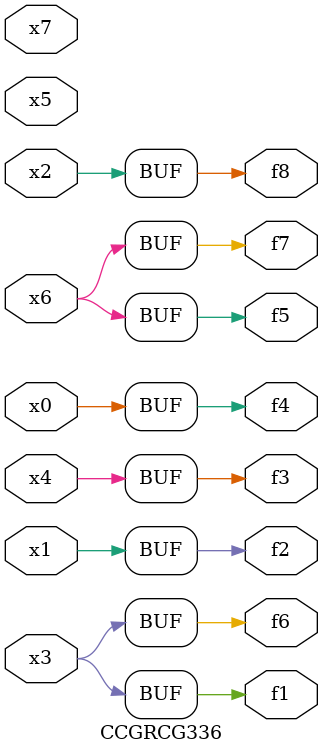
<source format=v>
module CCGRCG336(
	input x0, x1, x2, x3, x4, x5, x6, x7,
	output f1, f2, f3, f4, f5, f6, f7, f8
);
	assign f1 = x3;
	assign f2 = x1;
	assign f3 = x4;
	assign f4 = x0;
	assign f5 = x6;
	assign f6 = x3;
	assign f7 = x6;
	assign f8 = x2;
endmodule

</source>
